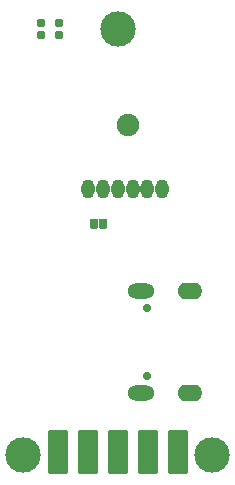
<source format=gbr>
%TF.GenerationSoftware,KiCad,Pcbnew,7.0.11-7.0.11~ubuntu22.04.1*%
%TF.CreationDate,2025-09-05T11:13:47+03:00*%
%TF.ProjectId,MOD-ESP32-C5_Rev_A,4d4f442d-4553-4503-9332-2d43355f5265,A*%
%TF.SameCoordinates,PX5a995c0PY9896800*%
%TF.FileFunction,Soldermask,Bot*%
%TF.FilePolarity,Negative*%
%FSLAX46Y46*%
G04 Gerber Fmt 4.6, Leading zero omitted, Abs format (unit mm)*
G04 Created by KiCad (PCBNEW 7.0.11-7.0.11~ubuntu22.04.1) date 2025-09-05 11:13:47*
%MOMM*%
%LPD*%
G01*
G04 APERTURE LIST*
G04 Aperture macros list*
%AMRoundRect*
0 Rectangle with rounded corners*
0 $1 Rounding radius*
0 $2 $3 $4 $5 $6 $7 $8 $9 X,Y pos of 4 corners*
0 Add a 4 corners polygon primitive as box body*
4,1,4,$2,$3,$4,$5,$6,$7,$8,$9,$2,$3,0*
0 Add four circle primitives for the rounded corners*
1,1,$1+$1,$2,$3*
1,1,$1+$1,$4,$5*
1,1,$1+$1,$6,$7*
1,1,$1+$1,$8,$9*
0 Add four rect primitives between the rounded corners*
20,1,$1+$1,$2,$3,$4,$5,0*
20,1,$1+$1,$4,$5,$6,$7,0*
20,1,$1+$1,$6,$7,$8,$9,0*
20,1,$1+$1,$8,$9,$2,$3,0*%
G04 Aperture macros list end*
%ADD10C,1.901600*%
%ADD11RoundRect,0.050800X0.762000X-1.778000X0.762000X1.778000X-0.762000X1.778000X-0.762000X-1.778000X0*%
%ADD12C,0.701600*%
%ADD13O,2.301600X1.301600*%
%ADD14O,2.101600X1.401600*%
%ADD15RoundRect,0.050800X0.254000X0.381000X-0.254000X0.381000X-0.254000X-0.381000X0.254000X-0.381000X0*%
%ADD16C,3.000000*%
%ADD17RoundRect,0.050800X0.275000X-0.250000X0.275000X0.250000X-0.275000X0.250000X-0.275000X-0.250000X0*%
%ADD18RoundRect,0.050800X-0.275000X0.250000X-0.275000X-0.250000X0.275000X-0.250000X0.275000X0.250000X0*%
%ADD19O,1.101600X1.601600*%
G04 APERTURE END LIST*
D10*
%TO.C,U1*%
X10830000Y29920000D03*
%TD*%
D11*
%TO.C,UEXT1*%
X4920000Y2226000D03*
X7460000Y2226000D03*
X10000000Y2226000D03*
X12540000Y2226000D03*
X15080000Y2226000D03*
%TD*%
D12*
%TO.C,USB-PGM1*%
X12470000Y14390000D03*
X12470000Y8610000D03*
D13*
X11970000Y15820000D03*
X11970000Y7180000D03*
D14*
X16150000Y15820000D03*
X16150000Y7180000D03*
%TD*%
D15*
%TO.C,3.3V_E1*%
X8750000Y21500000D03*
X7988000Y21500000D03*
%TD*%
D16*
%TO.C,FID5*%
X2000000Y2000000D03*
%TD*%
D17*
%TO.C,C1*%
X5000000Y38508000D03*
D18*
X5000000Y37492000D03*
%TD*%
D19*
%TO.C,ESP-PROG1*%
X13750000Y24500000D03*
X12500000Y24500000D03*
X11250000Y24500000D03*
X10000000Y24500000D03*
X8750000Y24500000D03*
X7500000Y24500000D03*
%TD*%
D16*
%TO.C,FID6*%
X10000000Y38000000D03*
%TD*%
%TO.C,FID4*%
X18000000Y2000000D03*
%TD*%
D18*
%TO.C,C2*%
X3500000Y37492000D03*
D17*
X3500000Y38508000D03*
%TD*%
M02*

</source>
